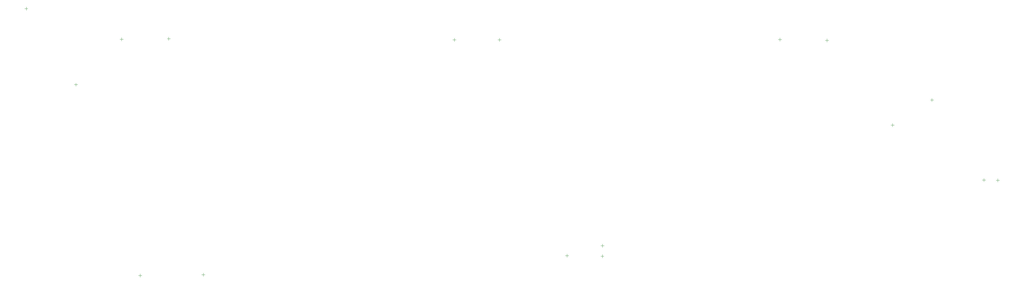
<source format=gbr>
%TF.GenerationSoftware,Altium Limited,Altium Designer,26.1.1 (7)*%
G04 Layer_Color=8388736*
%FSLAX43Y43*%
%MOMM*%
%TF.SameCoordinates,F910D8A4-5627-44EB-A571-6FFAAA827985*%
%TF.FilePolarity,Positive*%
%TF.FileFunction,Other,Bottom_Component_Center*%
%TF.Part,Single*%
G01*
G75*
%TA.AperFunction,NonConductor*%
%ADD113C,0.100*%
D113*
X32450Y68850D02*
Y69850D01*
X31950Y69350D02*
X32950D01*
X51560Y10800D02*
X52560D01*
X52060Y10300D02*
Y11300D01*
X70850Y11082D02*
X71850D01*
X71350Y10582D02*
Y11582D01*
X182101Y16881D02*
X183101D01*
X182601Y16381D02*
Y17381D01*
X193414Y16242D02*
Y17242D01*
X192914Y16742D02*
X193914D01*
X193447Y19475D02*
Y20475D01*
X192947Y19975D02*
X193947D01*
X314374Y39525D02*
Y40525D01*
X313874Y40025D02*
X314874D01*
X309649Y40075D02*
X310649D01*
X310149Y39575D02*
Y40575D01*
X16725Y92675D02*
X17725D01*
X17225Y92175D02*
Y93175D01*
X45906Y83261D02*
X46906D01*
X46406Y82761D02*
Y83761D01*
X60816Y82945D02*
Y83945D01*
X60316Y83445D02*
X61316D01*
X247730Y82704D02*
Y83704D01*
X247230Y83204D02*
X248230D01*
X262107Y82465D02*
Y83465D01*
X261607Y82965D02*
X262607D01*
X281703Y56922D02*
X282703D01*
X282203Y56422D02*
Y57422D01*
X293746Y64617D02*
X294746D01*
X294246Y64117D02*
Y65117D01*
X161953Y82581D02*
Y83581D01*
X161453Y83081D02*
X162453D01*
X148143Y82581D02*
Y83581D01*
X147643Y83081D02*
X148643D01*
%TF.MD5,545db20fdc2b05d8e49c83d137d0e597*%
M02*

</source>
